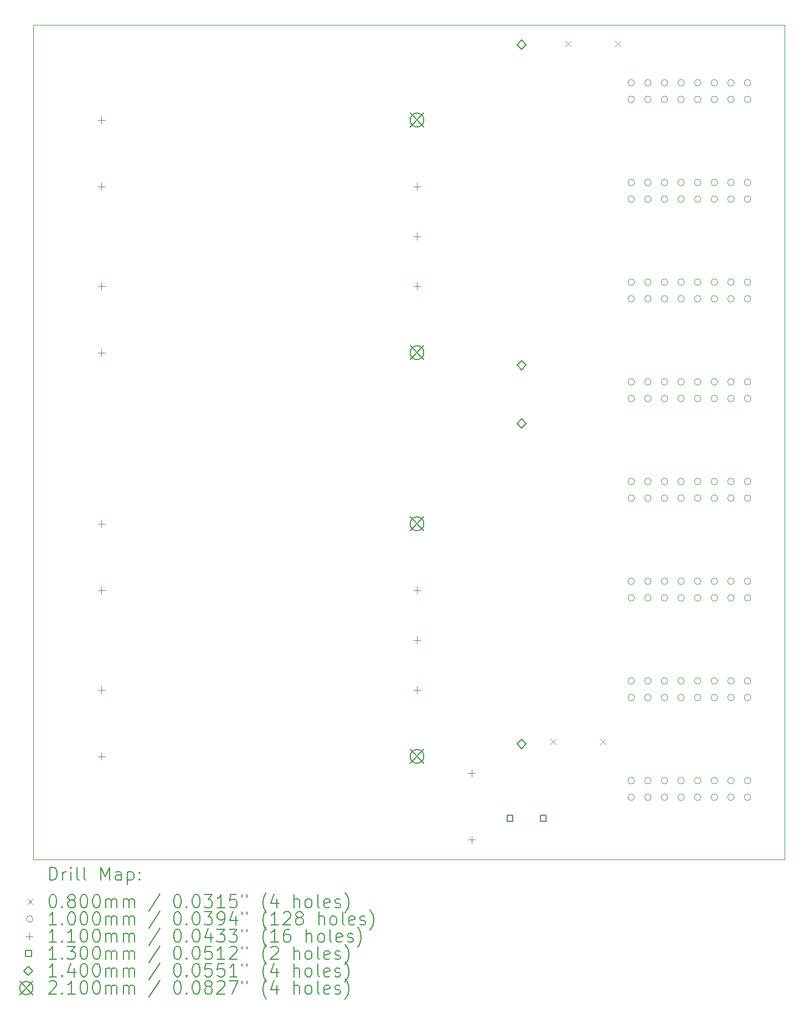
<source format=gbr>
%FSLAX45Y45*%
G04 Gerber Fmt 4.5, Leading zero omitted, Abs format (unit mm)*
G04 Created by KiCad (PCBNEW (6.0.0)) date 2022-06-27 07:24:55*
%MOMM*%
%LPD*%
G01*
G04 APERTURE LIST*
%TA.AperFunction,Profile*%
%ADD10C,0.100000*%
%TD*%
%ADD11C,0.200000*%
%ADD12C,0.080000*%
%ADD13C,0.100000*%
%ADD14C,0.110000*%
%ADD15C,0.130000*%
%ADD16C,0.140000*%
%ADD17C,0.210000*%
G04 APERTURE END LIST*
D10*
X5715000Y-2984500D02*
X17208500Y-2984500D01*
X17208500Y-2984500D02*
X17208500Y-15748000D01*
X17208500Y-15748000D02*
X5715000Y-15748000D01*
X5715000Y-15748000D02*
X5715000Y-2984500D01*
D11*
D12*
X13625200Y-13904600D02*
X13705200Y-13984600D01*
X13705200Y-13904600D02*
X13625200Y-13984600D01*
X13853800Y-3236600D02*
X13933800Y-3316600D01*
X13933800Y-3236600D02*
X13853800Y-3316600D01*
X14387200Y-13904600D02*
X14467200Y-13984600D01*
X14467200Y-13904600D02*
X14387200Y-13984600D01*
X14615800Y-3236600D02*
X14695800Y-3316600D01*
X14695800Y-3236600D02*
X14615800Y-3316600D01*
D13*
X14909000Y-3873500D02*
G75*
G03*
X14909000Y-3873500I-50000J0D01*
G01*
X14909000Y-4127500D02*
G75*
G03*
X14909000Y-4127500I-50000J0D01*
G01*
X14909000Y-5397500D02*
G75*
G03*
X14909000Y-5397500I-50000J0D01*
G01*
X14909000Y-5651500D02*
G75*
G03*
X14909000Y-5651500I-50000J0D01*
G01*
X14909000Y-6921500D02*
G75*
G03*
X14909000Y-6921500I-50000J0D01*
G01*
X14909000Y-7175500D02*
G75*
G03*
X14909000Y-7175500I-50000J0D01*
G01*
X14909000Y-8445500D02*
G75*
G03*
X14909000Y-8445500I-50000J0D01*
G01*
X14909000Y-8699500D02*
G75*
G03*
X14909000Y-8699500I-50000J0D01*
G01*
X14909000Y-9969500D02*
G75*
G03*
X14909000Y-9969500I-50000J0D01*
G01*
X14909000Y-10223500D02*
G75*
G03*
X14909000Y-10223500I-50000J0D01*
G01*
X14909000Y-11493500D02*
G75*
G03*
X14909000Y-11493500I-50000J0D01*
G01*
X14909000Y-11747500D02*
G75*
G03*
X14909000Y-11747500I-50000J0D01*
G01*
X14909000Y-13017500D02*
G75*
G03*
X14909000Y-13017500I-50000J0D01*
G01*
X14909000Y-13271500D02*
G75*
G03*
X14909000Y-13271500I-50000J0D01*
G01*
X14909000Y-14541500D02*
G75*
G03*
X14909000Y-14541500I-50000J0D01*
G01*
X14909000Y-14795500D02*
G75*
G03*
X14909000Y-14795500I-50000J0D01*
G01*
X15163000Y-3873500D02*
G75*
G03*
X15163000Y-3873500I-50000J0D01*
G01*
X15163000Y-4127500D02*
G75*
G03*
X15163000Y-4127500I-50000J0D01*
G01*
X15163000Y-5397500D02*
G75*
G03*
X15163000Y-5397500I-50000J0D01*
G01*
X15163000Y-5651500D02*
G75*
G03*
X15163000Y-5651500I-50000J0D01*
G01*
X15163000Y-6921500D02*
G75*
G03*
X15163000Y-6921500I-50000J0D01*
G01*
X15163000Y-7175500D02*
G75*
G03*
X15163000Y-7175500I-50000J0D01*
G01*
X15163000Y-8445500D02*
G75*
G03*
X15163000Y-8445500I-50000J0D01*
G01*
X15163000Y-8699500D02*
G75*
G03*
X15163000Y-8699500I-50000J0D01*
G01*
X15163000Y-9969500D02*
G75*
G03*
X15163000Y-9969500I-50000J0D01*
G01*
X15163000Y-10223500D02*
G75*
G03*
X15163000Y-10223500I-50000J0D01*
G01*
X15163000Y-11493500D02*
G75*
G03*
X15163000Y-11493500I-50000J0D01*
G01*
X15163000Y-11747500D02*
G75*
G03*
X15163000Y-11747500I-50000J0D01*
G01*
X15163000Y-13017500D02*
G75*
G03*
X15163000Y-13017500I-50000J0D01*
G01*
X15163000Y-13271500D02*
G75*
G03*
X15163000Y-13271500I-50000J0D01*
G01*
X15163000Y-14541500D02*
G75*
G03*
X15163000Y-14541500I-50000J0D01*
G01*
X15163000Y-14795500D02*
G75*
G03*
X15163000Y-14795500I-50000J0D01*
G01*
X15417000Y-3873500D02*
G75*
G03*
X15417000Y-3873500I-50000J0D01*
G01*
X15417000Y-4127500D02*
G75*
G03*
X15417000Y-4127500I-50000J0D01*
G01*
X15417000Y-5397500D02*
G75*
G03*
X15417000Y-5397500I-50000J0D01*
G01*
X15417000Y-5651500D02*
G75*
G03*
X15417000Y-5651500I-50000J0D01*
G01*
X15417000Y-6921500D02*
G75*
G03*
X15417000Y-6921500I-50000J0D01*
G01*
X15417000Y-7175500D02*
G75*
G03*
X15417000Y-7175500I-50000J0D01*
G01*
X15417000Y-8445500D02*
G75*
G03*
X15417000Y-8445500I-50000J0D01*
G01*
X15417000Y-8699500D02*
G75*
G03*
X15417000Y-8699500I-50000J0D01*
G01*
X15417000Y-9969500D02*
G75*
G03*
X15417000Y-9969500I-50000J0D01*
G01*
X15417000Y-10223500D02*
G75*
G03*
X15417000Y-10223500I-50000J0D01*
G01*
X15417000Y-11493500D02*
G75*
G03*
X15417000Y-11493500I-50000J0D01*
G01*
X15417000Y-11747500D02*
G75*
G03*
X15417000Y-11747500I-50000J0D01*
G01*
X15417000Y-13017500D02*
G75*
G03*
X15417000Y-13017500I-50000J0D01*
G01*
X15417000Y-13271500D02*
G75*
G03*
X15417000Y-13271500I-50000J0D01*
G01*
X15417000Y-14541500D02*
G75*
G03*
X15417000Y-14541500I-50000J0D01*
G01*
X15417000Y-14795500D02*
G75*
G03*
X15417000Y-14795500I-50000J0D01*
G01*
X15671000Y-3873500D02*
G75*
G03*
X15671000Y-3873500I-50000J0D01*
G01*
X15671000Y-4127500D02*
G75*
G03*
X15671000Y-4127500I-50000J0D01*
G01*
X15671000Y-5397500D02*
G75*
G03*
X15671000Y-5397500I-50000J0D01*
G01*
X15671000Y-5651500D02*
G75*
G03*
X15671000Y-5651500I-50000J0D01*
G01*
X15671000Y-6921500D02*
G75*
G03*
X15671000Y-6921500I-50000J0D01*
G01*
X15671000Y-7175500D02*
G75*
G03*
X15671000Y-7175500I-50000J0D01*
G01*
X15671000Y-8445500D02*
G75*
G03*
X15671000Y-8445500I-50000J0D01*
G01*
X15671000Y-8699500D02*
G75*
G03*
X15671000Y-8699500I-50000J0D01*
G01*
X15671000Y-9969500D02*
G75*
G03*
X15671000Y-9969500I-50000J0D01*
G01*
X15671000Y-10223500D02*
G75*
G03*
X15671000Y-10223500I-50000J0D01*
G01*
X15671000Y-11493500D02*
G75*
G03*
X15671000Y-11493500I-50000J0D01*
G01*
X15671000Y-11747500D02*
G75*
G03*
X15671000Y-11747500I-50000J0D01*
G01*
X15671000Y-13017500D02*
G75*
G03*
X15671000Y-13017500I-50000J0D01*
G01*
X15671000Y-13271500D02*
G75*
G03*
X15671000Y-13271500I-50000J0D01*
G01*
X15671000Y-14541500D02*
G75*
G03*
X15671000Y-14541500I-50000J0D01*
G01*
X15671000Y-14795500D02*
G75*
G03*
X15671000Y-14795500I-50000J0D01*
G01*
X15925000Y-3873500D02*
G75*
G03*
X15925000Y-3873500I-50000J0D01*
G01*
X15925000Y-4127500D02*
G75*
G03*
X15925000Y-4127500I-50000J0D01*
G01*
X15925000Y-5397500D02*
G75*
G03*
X15925000Y-5397500I-50000J0D01*
G01*
X15925000Y-5651500D02*
G75*
G03*
X15925000Y-5651500I-50000J0D01*
G01*
X15925000Y-6921500D02*
G75*
G03*
X15925000Y-6921500I-50000J0D01*
G01*
X15925000Y-7175500D02*
G75*
G03*
X15925000Y-7175500I-50000J0D01*
G01*
X15925000Y-8445500D02*
G75*
G03*
X15925000Y-8445500I-50000J0D01*
G01*
X15925000Y-8699500D02*
G75*
G03*
X15925000Y-8699500I-50000J0D01*
G01*
X15925000Y-9969500D02*
G75*
G03*
X15925000Y-9969500I-50000J0D01*
G01*
X15925000Y-10223500D02*
G75*
G03*
X15925000Y-10223500I-50000J0D01*
G01*
X15925000Y-11493500D02*
G75*
G03*
X15925000Y-11493500I-50000J0D01*
G01*
X15925000Y-11747500D02*
G75*
G03*
X15925000Y-11747500I-50000J0D01*
G01*
X15925000Y-13017500D02*
G75*
G03*
X15925000Y-13017500I-50000J0D01*
G01*
X15925000Y-13271500D02*
G75*
G03*
X15925000Y-13271500I-50000J0D01*
G01*
X15925000Y-14541500D02*
G75*
G03*
X15925000Y-14541500I-50000J0D01*
G01*
X15925000Y-14795500D02*
G75*
G03*
X15925000Y-14795500I-50000J0D01*
G01*
X16179000Y-3873500D02*
G75*
G03*
X16179000Y-3873500I-50000J0D01*
G01*
X16179000Y-4127500D02*
G75*
G03*
X16179000Y-4127500I-50000J0D01*
G01*
X16179000Y-5397500D02*
G75*
G03*
X16179000Y-5397500I-50000J0D01*
G01*
X16179000Y-5651500D02*
G75*
G03*
X16179000Y-5651500I-50000J0D01*
G01*
X16179000Y-6921500D02*
G75*
G03*
X16179000Y-6921500I-50000J0D01*
G01*
X16179000Y-7175500D02*
G75*
G03*
X16179000Y-7175500I-50000J0D01*
G01*
X16179000Y-8445500D02*
G75*
G03*
X16179000Y-8445500I-50000J0D01*
G01*
X16179000Y-8699500D02*
G75*
G03*
X16179000Y-8699500I-50000J0D01*
G01*
X16179000Y-9969500D02*
G75*
G03*
X16179000Y-9969500I-50000J0D01*
G01*
X16179000Y-10223500D02*
G75*
G03*
X16179000Y-10223500I-50000J0D01*
G01*
X16179000Y-11493500D02*
G75*
G03*
X16179000Y-11493500I-50000J0D01*
G01*
X16179000Y-11747500D02*
G75*
G03*
X16179000Y-11747500I-50000J0D01*
G01*
X16179000Y-13017500D02*
G75*
G03*
X16179000Y-13017500I-50000J0D01*
G01*
X16179000Y-13271500D02*
G75*
G03*
X16179000Y-13271500I-50000J0D01*
G01*
X16179000Y-14541500D02*
G75*
G03*
X16179000Y-14541500I-50000J0D01*
G01*
X16179000Y-14795500D02*
G75*
G03*
X16179000Y-14795500I-50000J0D01*
G01*
X16433000Y-3873500D02*
G75*
G03*
X16433000Y-3873500I-50000J0D01*
G01*
X16433000Y-4127500D02*
G75*
G03*
X16433000Y-4127500I-50000J0D01*
G01*
X16433000Y-5397500D02*
G75*
G03*
X16433000Y-5397500I-50000J0D01*
G01*
X16433000Y-5651500D02*
G75*
G03*
X16433000Y-5651500I-50000J0D01*
G01*
X16433000Y-6921500D02*
G75*
G03*
X16433000Y-6921500I-50000J0D01*
G01*
X16433000Y-7175500D02*
G75*
G03*
X16433000Y-7175500I-50000J0D01*
G01*
X16433000Y-8445500D02*
G75*
G03*
X16433000Y-8445500I-50000J0D01*
G01*
X16433000Y-8699500D02*
G75*
G03*
X16433000Y-8699500I-50000J0D01*
G01*
X16433000Y-9969500D02*
G75*
G03*
X16433000Y-9969500I-50000J0D01*
G01*
X16433000Y-10223500D02*
G75*
G03*
X16433000Y-10223500I-50000J0D01*
G01*
X16433000Y-11493500D02*
G75*
G03*
X16433000Y-11493500I-50000J0D01*
G01*
X16433000Y-11747500D02*
G75*
G03*
X16433000Y-11747500I-50000J0D01*
G01*
X16433000Y-13017500D02*
G75*
G03*
X16433000Y-13017500I-50000J0D01*
G01*
X16433000Y-13271500D02*
G75*
G03*
X16433000Y-13271500I-50000J0D01*
G01*
X16433000Y-14541500D02*
G75*
G03*
X16433000Y-14541500I-50000J0D01*
G01*
X16433000Y-14795500D02*
G75*
G03*
X16433000Y-14795500I-50000J0D01*
G01*
X16687000Y-3873500D02*
G75*
G03*
X16687000Y-3873500I-50000J0D01*
G01*
X16687000Y-4127500D02*
G75*
G03*
X16687000Y-4127500I-50000J0D01*
G01*
X16687000Y-5397500D02*
G75*
G03*
X16687000Y-5397500I-50000J0D01*
G01*
X16687000Y-5651500D02*
G75*
G03*
X16687000Y-5651500I-50000J0D01*
G01*
X16687000Y-6921500D02*
G75*
G03*
X16687000Y-6921500I-50000J0D01*
G01*
X16687000Y-7175500D02*
G75*
G03*
X16687000Y-7175500I-50000J0D01*
G01*
X16687000Y-8445500D02*
G75*
G03*
X16687000Y-8445500I-50000J0D01*
G01*
X16687000Y-8699500D02*
G75*
G03*
X16687000Y-8699500I-50000J0D01*
G01*
X16687000Y-9969500D02*
G75*
G03*
X16687000Y-9969500I-50000J0D01*
G01*
X16687000Y-10223500D02*
G75*
G03*
X16687000Y-10223500I-50000J0D01*
G01*
X16687000Y-11493500D02*
G75*
G03*
X16687000Y-11493500I-50000J0D01*
G01*
X16687000Y-11747500D02*
G75*
G03*
X16687000Y-11747500I-50000J0D01*
G01*
X16687000Y-13017500D02*
G75*
G03*
X16687000Y-13017500I-50000J0D01*
G01*
X16687000Y-13271500D02*
G75*
G03*
X16687000Y-13271500I-50000J0D01*
G01*
X16687000Y-14541500D02*
G75*
G03*
X16687000Y-14541500I-50000J0D01*
G01*
X16687000Y-14795500D02*
G75*
G03*
X16687000Y-14795500I-50000J0D01*
G01*
D14*
X6756900Y-4388000D02*
X6756900Y-4498000D01*
X6701900Y-4443000D02*
X6811900Y-4443000D01*
X6756900Y-5404000D02*
X6756900Y-5514000D01*
X6701900Y-5459000D02*
X6811900Y-5459000D01*
X6756900Y-6928000D02*
X6756900Y-7038000D01*
X6701900Y-6983000D02*
X6811900Y-6983000D01*
X6756900Y-7944000D02*
X6756900Y-8054000D01*
X6701900Y-7999000D02*
X6811900Y-7999000D01*
X6756900Y-10560200D02*
X6756900Y-10670200D01*
X6701900Y-10615200D02*
X6811900Y-10615200D01*
X6756900Y-11576200D02*
X6756900Y-11686200D01*
X6701900Y-11631200D02*
X6811900Y-11631200D01*
X6756900Y-13100200D02*
X6756900Y-13210200D01*
X6701900Y-13155200D02*
X6811900Y-13155200D01*
X6756900Y-14116200D02*
X6756900Y-14226200D01*
X6701900Y-14171200D02*
X6811900Y-14171200D01*
X11582900Y-5404000D02*
X11582900Y-5514000D01*
X11527900Y-5459000D02*
X11637900Y-5459000D01*
X11582900Y-6166000D02*
X11582900Y-6276000D01*
X11527900Y-6221000D02*
X11637900Y-6221000D01*
X11582900Y-6928000D02*
X11582900Y-7038000D01*
X11527900Y-6983000D02*
X11637900Y-6983000D01*
X11582900Y-11576200D02*
X11582900Y-11686200D01*
X11527900Y-11631200D02*
X11637900Y-11631200D01*
X11582900Y-12338200D02*
X11582900Y-12448200D01*
X11527900Y-12393200D02*
X11637900Y-12393200D01*
X11582900Y-13100200D02*
X11582900Y-13210200D01*
X11527900Y-13155200D02*
X11637900Y-13155200D01*
X12420600Y-14372200D02*
X12420600Y-14482200D01*
X12365600Y-14427200D02*
X12475600Y-14427200D01*
X12420600Y-15388200D02*
X12420600Y-15498200D01*
X12365600Y-15443200D02*
X12475600Y-15443200D01*
D15*
X13050262Y-15163562D02*
X13050262Y-15071638D01*
X12958338Y-15071638D01*
X12958338Y-15163562D01*
X13050262Y-15163562D01*
X13558262Y-15163562D02*
X13558262Y-15071638D01*
X13466338Y-15071638D01*
X13466338Y-15163562D01*
X13558262Y-15163562D01*
D16*
X13182600Y-3360400D02*
X13252600Y-3290400D01*
X13182600Y-3220400D01*
X13112600Y-3290400D01*
X13182600Y-3360400D01*
X13182600Y-8260400D02*
X13252600Y-8190400D01*
X13182600Y-8120400D01*
X13112600Y-8190400D01*
X13182600Y-8260400D01*
X13182600Y-9151600D02*
X13252600Y-9081600D01*
X13182600Y-9011600D01*
X13112600Y-9081600D01*
X13182600Y-9151600D01*
X13182600Y-14051600D02*
X13252600Y-13981600D01*
X13182600Y-13911600D01*
X13112600Y-13981600D01*
X13182600Y-14051600D01*
D17*
X11477900Y-4338000D02*
X11687900Y-4548000D01*
X11687900Y-4338000D02*
X11477900Y-4548000D01*
X11687900Y-4443000D02*
G75*
G03*
X11687900Y-4443000I-105000J0D01*
G01*
X11477900Y-7894000D02*
X11687900Y-8104000D01*
X11687900Y-7894000D02*
X11477900Y-8104000D01*
X11687900Y-7999000D02*
G75*
G03*
X11687900Y-7999000I-105000J0D01*
G01*
X11477900Y-10510200D02*
X11687900Y-10720200D01*
X11687900Y-10510200D02*
X11477900Y-10720200D01*
X11687900Y-10615200D02*
G75*
G03*
X11687900Y-10615200I-105000J0D01*
G01*
X11477900Y-14066200D02*
X11687900Y-14276200D01*
X11687900Y-14066200D02*
X11477900Y-14276200D01*
X11687900Y-14171200D02*
G75*
G03*
X11687900Y-14171200I-105000J0D01*
G01*
D11*
X5967619Y-16063476D02*
X5967619Y-15863476D01*
X6015238Y-15863476D01*
X6043809Y-15873000D01*
X6062857Y-15892048D01*
X6072381Y-15911095D01*
X6081905Y-15949190D01*
X6081905Y-15977762D01*
X6072381Y-16015857D01*
X6062857Y-16034905D01*
X6043809Y-16053952D01*
X6015238Y-16063476D01*
X5967619Y-16063476D01*
X6167619Y-16063476D02*
X6167619Y-15930143D01*
X6167619Y-15968238D02*
X6177143Y-15949190D01*
X6186667Y-15939667D01*
X6205714Y-15930143D01*
X6224762Y-15930143D01*
X6291428Y-16063476D02*
X6291428Y-15930143D01*
X6291428Y-15863476D02*
X6281905Y-15873000D01*
X6291428Y-15882524D01*
X6300952Y-15873000D01*
X6291428Y-15863476D01*
X6291428Y-15882524D01*
X6415238Y-16063476D02*
X6396190Y-16053952D01*
X6386667Y-16034905D01*
X6386667Y-15863476D01*
X6520000Y-16063476D02*
X6500952Y-16053952D01*
X6491428Y-16034905D01*
X6491428Y-15863476D01*
X6748571Y-16063476D02*
X6748571Y-15863476D01*
X6815238Y-16006333D01*
X6881905Y-15863476D01*
X6881905Y-16063476D01*
X7062857Y-16063476D02*
X7062857Y-15958714D01*
X7053333Y-15939667D01*
X7034286Y-15930143D01*
X6996190Y-15930143D01*
X6977143Y-15939667D01*
X7062857Y-16053952D02*
X7043809Y-16063476D01*
X6996190Y-16063476D01*
X6977143Y-16053952D01*
X6967619Y-16034905D01*
X6967619Y-16015857D01*
X6977143Y-15996809D01*
X6996190Y-15987286D01*
X7043809Y-15987286D01*
X7062857Y-15977762D01*
X7158095Y-15930143D02*
X7158095Y-16130143D01*
X7158095Y-15939667D02*
X7177143Y-15930143D01*
X7215238Y-15930143D01*
X7234286Y-15939667D01*
X7243809Y-15949190D01*
X7253333Y-15968238D01*
X7253333Y-16025381D01*
X7243809Y-16044428D01*
X7234286Y-16053952D01*
X7215238Y-16063476D01*
X7177143Y-16063476D01*
X7158095Y-16053952D01*
X7339048Y-16044428D02*
X7348571Y-16053952D01*
X7339048Y-16063476D01*
X7329524Y-16053952D01*
X7339048Y-16044428D01*
X7339048Y-16063476D01*
X7339048Y-15939667D02*
X7348571Y-15949190D01*
X7339048Y-15958714D01*
X7329524Y-15949190D01*
X7339048Y-15939667D01*
X7339048Y-15958714D01*
D12*
X5630000Y-16353000D02*
X5710000Y-16433000D01*
X5710000Y-16353000D02*
X5630000Y-16433000D01*
D11*
X6005714Y-16283476D02*
X6024762Y-16283476D01*
X6043809Y-16293000D01*
X6053333Y-16302524D01*
X6062857Y-16321571D01*
X6072381Y-16359667D01*
X6072381Y-16407286D01*
X6062857Y-16445381D01*
X6053333Y-16464428D01*
X6043809Y-16473952D01*
X6024762Y-16483476D01*
X6005714Y-16483476D01*
X5986667Y-16473952D01*
X5977143Y-16464428D01*
X5967619Y-16445381D01*
X5958095Y-16407286D01*
X5958095Y-16359667D01*
X5967619Y-16321571D01*
X5977143Y-16302524D01*
X5986667Y-16293000D01*
X6005714Y-16283476D01*
X6158095Y-16464428D02*
X6167619Y-16473952D01*
X6158095Y-16483476D01*
X6148571Y-16473952D01*
X6158095Y-16464428D01*
X6158095Y-16483476D01*
X6281905Y-16369190D02*
X6262857Y-16359667D01*
X6253333Y-16350143D01*
X6243809Y-16331095D01*
X6243809Y-16321571D01*
X6253333Y-16302524D01*
X6262857Y-16293000D01*
X6281905Y-16283476D01*
X6320000Y-16283476D01*
X6339048Y-16293000D01*
X6348571Y-16302524D01*
X6358095Y-16321571D01*
X6358095Y-16331095D01*
X6348571Y-16350143D01*
X6339048Y-16359667D01*
X6320000Y-16369190D01*
X6281905Y-16369190D01*
X6262857Y-16378714D01*
X6253333Y-16388238D01*
X6243809Y-16407286D01*
X6243809Y-16445381D01*
X6253333Y-16464428D01*
X6262857Y-16473952D01*
X6281905Y-16483476D01*
X6320000Y-16483476D01*
X6339048Y-16473952D01*
X6348571Y-16464428D01*
X6358095Y-16445381D01*
X6358095Y-16407286D01*
X6348571Y-16388238D01*
X6339048Y-16378714D01*
X6320000Y-16369190D01*
X6481905Y-16283476D02*
X6500952Y-16283476D01*
X6520000Y-16293000D01*
X6529524Y-16302524D01*
X6539048Y-16321571D01*
X6548571Y-16359667D01*
X6548571Y-16407286D01*
X6539048Y-16445381D01*
X6529524Y-16464428D01*
X6520000Y-16473952D01*
X6500952Y-16483476D01*
X6481905Y-16483476D01*
X6462857Y-16473952D01*
X6453333Y-16464428D01*
X6443809Y-16445381D01*
X6434286Y-16407286D01*
X6434286Y-16359667D01*
X6443809Y-16321571D01*
X6453333Y-16302524D01*
X6462857Y-16293000D01*
X6481905Y-16283476D01*
X6672381Y-16283476D02*
X6691428Y-16283476D01*
X6710476Y-16293000D01*
X6720000Y-16302524D01*
X6729524Y-16321571D01*
X6739048Y-16359667D01*
X6739048Y-16407286D01*
X6729524Y-16445381D01*
X6720000Y-16464428D01*
X6710476Y-16473952D01*
X6691428Y-16483476D01*
X6672381Y-16483476D01*
X6653333Y-16473952D01*
X6643809Y-16464428D01*
X6634286Y-16445381D01*
X6624762Y-16407286D01*
X6624762Y-16359667D01*
X6634286Y-16321571D01*
X6643809Y-16302524D01*
X6653333Y-16293000D01*
X6672381Y-16283476D01*
X6824762Y-16483476D02*
X6824762Y-16350143D01*
X6824762Y-16369190D02*
X6834286Y-16359667D01*
X6853333Y-16350143D01*
X6881905Y-16350143D01*
X6900952Y-16359667D01*
X6910476Y-16378714D01*
X6910476Y-16483476D01*
X6910476Y-16378714D02*
X6920000Y-16359667D01*
X6939048Y-16350143D01*
X6967619Y-16350143D01*
X6986667Y-16359667D01*
X6996190Y-16378714D01*
X6996190Y-16483476D01*
X7091428Y-16483476D02*
X7091428Y-16350143D01*
X7091428Y-16369190D02*
X7100952Y-16359667D01*
X7120000Y-16350143D01*
X7148571Y-16350143D01*
X7167619Y-16359667D01*
X7177143Y-16378714D01*
X7177143Y-16483476D01*
X7177143Y-16378714D02*
X7186667Y-16359667D01*
X7205714Y-16350143D01*
X7234286Y-16350143D01*
X7253333Y-16359667D01*
X7262857Y-16378714D01*
X7262857Y-16483476D01*
X7653333Y-16273952D02*
X7481905Y-16531095D01*
X7910476Y-16283476D02*
X7929524Y-16283476D01*
X7948571Y-16293000D01*
X7958095Y-16302524D01*
X7967619Y-16321571D01*
X7977143Y-16359667D01*
X7977143Y-16407286D01*
X7967619Y-16445381D01*
X7958095Y-16464428D01*
X7948571Y-16473952D01*
X7929524Y-16483476D01*
X7910476Y-16483476D01*
X7891428Y-16473952D01*
X7881905Y-16464428D01*
X7872381Y-16445381D01*
X7862857Y-16407286D01*
X7862857Y-16359667D01*
X7872381Y-16321571D01*
X7881905Y-16302524D01*
X7891428Y-16293000D01*
X7910476Y-16283476D01*
X8062857Y-16464428D02*
X8072381Y-16473952D01*
X8062857Y-16483476D01*
X8053333Y-16473952D01*
X8062857Y-16464428D01*
X8062857Y-16483476D01*
X8196190Y-16283476D02*
X8215238Y-16283476D01*
X8234286Y-16293000D01*
X8243809Y-16302524D01*
X8253333Y-16321571D01*
X8262857Y-16359667D01*
X8262857Y-16407286D01*
X8253333Y-16445381D01*
X8243809Y-16464428D01*
X8234286Y-16473952D01*
X8215238Y-16483476D01*
X8196190Y-16483476D01*
X8177143Y-16473952D01*
X8167619Y-16464428D01*
X8158095Y-16445381D01*
X8148571Y-16407286D01*
X8148571Y-16359667D01*
X8158095Y-16321571D01*
X8167619Y-16302524D01*
X8177143Y-16293000D01*
X8196190Y-16283476D01*
X8329524Y-16283476D02*
X8453333Y-16283476D01*
X8386667Y-16359667D01*
X8415238Y-16359667D01*
X8434286Y-16369190D01*
X8443810Y-16378714D01*
X8453333Y-16397762D01*
X8453333Y-16445381D01*
X8443810Y-16464428D01*
X8434286Y-16473952D01*
X8415238Y-16483476D01*
X8358095Y-16483476D01*
X8339048Y-16473952D01*
X8329524Y-16464428D01*
X8643810Y-16483476D02*
X8529524Y-16483476D01*
X8586667Y-16483476D02*
X8586667Y-16283476D01*
X8567619Y-16312048D01*
X8548571Y-16331095D01*
X8529524Y-16340619D01*
X8824762Y-16283476D02*
X8729524Y-16283476D01*
X8720000Y-16378714D01*
X8729524Y-16369190D01*
X8748571Y-16359667D01*
X8796190Y-16359667D01*
X8815238Y-16369190D01*
X8824762Y-16378714D01*
X8834286Y-16397762D01*
X8834286Y-16445381D01*
X8824762Y-16464428D01*
X8815238Y-16473952D01*
X8796190Y-16483476D01*
X8748571Y-16483476D01*
X8729524Y-16473952D01*
X8720000Y-16464428D01*
X8910476Y-16283476D02*
X8910476Y-16321571D01*
X8986667Y-16283476D02*
X8986667Y-16321571D01*
X9281905Y-16559667D02*
X9272381Y-16550143D01*
X9253333Y-16521571D01*
X9243810Y-16502524D01*
X9234286Y-16473952D01*
X9224762Y-16426333D01*
X9224762Y-16388238D01*
X9234286Y-16340619D01*
X9243810Y-16312048D01*
X9253333Y-16293000D01*
X9272381Y-16264428D01*
X9281905Y-16254905D01*
X9443810Y-16350143D02*
X9443810Y-16483476D01*
X9396190Y-16273952D02*
X9348571Y-16416809D01*
X9472381Y-16416809D01*
X9700952Y-16483476D02*
X9700952Y-16283476D01*
X9786667Y-16483476D02*
X9786667Y-16378714D01*
X9777143Y-16359667D01*
X9758095Y-16350143D01*
X9729524Y-16350143D01*
X9710476Y-16359667D01*
X9700952Y-16369190D01*
X9910476Y-16483476D02*
X9891429Y-16473952D01*
X9881905Y-16464428D01*
X9872381Y-16445381D01*
X9872381Y-16388238D01*
X9881905Y-16369190D01*
X9891429Y-16359667D01*
X9910476Y-16350143D01*
X9939048Y-16350143D01*
X9958095Y-16359667D01*
X9967619Y-16369190D01*
X9977143Y-16388238D01*
X9977143Y-16445381D01*
X9967619Y-16464428D01*
X9958095Y-16473952D01*
X9939048Y-16483476D01*
X9910476Y-16483476D01*
X10091429Y-16483476D02*
X10072381Y-16473952D01*
X10062857Y-16454905D01*
X10062857Y-16283476D01*
X10243810Y-16473952D02*
X10224762Y-16483476D01*
X10186667Y-16483476D01*
X10167619Y-16473952D01*
X10158095Y-16454905D01*
X10158095Y-16378714D01*
X10167619Y-16359667D01*
X10186667Y-16350143D01*
X10224762Y-16350143D01*
X10243810Y-16359667D01*
X10253333Y-16378714D01*
X10253333Y-16397762D01*
X10158095Y-16416809D01*
X10329524Y-16473952D02*
X10348571Y-16483476D01*
X10386667Y-16483476D01*
X10405714Y-16473952D01*
X10415238Y-16454905D01*
X10415238Y-16445381D01*
X10405714Y-16426333D01*
X10386667Y-16416809D01*
X10358095Y-16416809D01*
X10339048Y-16407286D01*
X10329524Y-16388238D01*
X10329524Y-16378714D01*
X10339048Y-16359667D01*
X10358095Y-16350143D01*
X10386667Y-16350143D01*
X10405714Y-16359667D01*
X10481905Y-16559667D02*
X10491429Y-16550143D01*
X10510476Y-16521571D01*
X10520000Y-16502524D01*
X10529524Y-16473952D01*
X10539048Y-16426333D01*
X10539048Y-16388238D01*
X10529524Y-16340619D01*
X10520000Y-16312048D01*
X10510476Y-16293000D01*
X10491429Y-16264428D01*
X10481905Y-16254905D01*
D13*
X5710000Y-16657000D02*
G75*
G03*
X5710000Y-16657000I-50000J0D01*
G01*
D11*
X6072381Y-16747476D02*
X5958095Y-16747476D01*
X6015238Y-16747476D02*
X6015238Y-16547476D01*
X5996190Y-16576048D01*
X5977143Y-16595095D01*
X5958095Y-16604619D01*
X6158095Y-16728428D02*
X6167619Y-16737952D01*
X6158095Y-16747476D01*
X6148571Y-16737952D01*
X6158095Y-16728428D01*
X6158095Y-16747476D01*
X6291428Y-16547476D02*
X6310476Y-16547476D01*
X6329524Y-16557000D01*
X6339048Y-16566524D01*
X6348571Y-16585571D01*
X6358095Y-16623667D01*
X6358095Y-16671286D01*
X6348571Y-16709381D01*
X6339048Y-16728428D01*
X6329524Y-16737952D01*
X6310476Y-16747476D01*
X6291428Y-16747476D01*
X6272381Y-16737952D01*
X6262857Y-16728428D01*
X6253333Y-16709381D01*
X6243809Y-16671286D01*
X6243809Y-16623667D01*
X6253333Y-16585571D01*
X6262857Y-16566524D01*
X6272381Y-16557000D01*
X6291428Y-16547476D01*
X6481905Y-16547476D02*
X6500952Y-16547476D01*
X6520000Y-16557000D01*
X6529524Y-16566524D01*
X6539048Y-16585571D01*
X6548571Y-16623667D01*
X6548571Y-16671286D01*
X6539048Y-16709381D01*
X6529524Y-16728428D01*
X6520000Y-16737952D01*
X6500952Y-16747476D01*
X6481905Y-16747476D01*
X6462857Y-16737952D01*
X6453333Y-16728428D01*
X6443809Y-16709381D01*
X6434286Y-16671286D01*
X6434286Y-16623667D01*
X6443809Y-16585571D01*
X6453333Y-16566524D01*
X6462857Y-16557000D01*
X6481905Y-16547476D01*
X6672381Y-16547476D02*
X6691428Y-16547476D01*
X6710476Y-16557000D01*
X6720000Y-16566524D01*
X6729524Y-16585571D01*
X6739048Y-16623667D01*
X6739048Y-16671286D01*
X6729524Y-16709381D01*
X6720000Y-16728428D01*
X6710476Y-16737952D01*
X6691428Y-16747476D01*
X6672381Y-16747476D01*
X6653333Y-16737952D01*
X6643809Y-16728428D01*
X6634286Y-16709381D01*
X6624762Y-16671286D01*
X6624762Y-16623667D01*
X6634286Y-16585571D01*
X6643809Y-16566524D01*
X6653333Y-16557000D01*
X6672381Y-16547476D01*
X6824762Y-16747476D02*
X6824762Y-16614143D01*
X6824762Y-16633190D02*
X6834286Y-16623667D01*
X6853333Y-16614143D01*
X6881905Y-16614143D01*
X6900952Y-16623667D01*
X6910476Y-16642714D01*
X6910476Y-16747476D01*
X6910476Y-16642714D02*
X6920000Y-16623667D01*
X6939048Y-16614143D01*
X6967619Y-16614143D01*
X6986667Y-16623667D01*
X6996190Y-16642714D01*
X6996190Y-16747476D01*
X7091428Y-16747476D02*
X7091428Y-16614143D01*
X7091428Y-16633190D02*
X7100952Y-16623667D01*
X7120000Y-16614143D01*
X7148571Y-16614143D01*
X7167619Y-16623667D01*
X7177143Y-16642714D01*
X7177143Y-16747476D01*
X7177143Y-16642714D02*
X7186667Y-16623667D01*
X7205714Y-16614143D01*
X7234286Y-16614143D01*
X7253333Y-16623667D01*
X7262857Y-16642714D01*
X7262857Y-16747476D01*
X7653333Y-16537952D02*
X7481905Y-16795095D01*
X7910476Y-16547476D02*
X7929524Y-16547476D01*
X7948571Y-16557000D01*
X7958095Y-16566524D01*
X7967619Y-16585571D01*
X7977143Y-16623667D01*
X7977143Y-16671286D01*
X7967619Y-16709381D01*
X7958095Y-16728428D01*
X7948571Y-16737952D01*
X7929524Y-16747476D01*
X7910476Y-16747476D01*
X7891428Y-16737952D01*
X7881905Y-16728428D01*
X7872381Y-16709381D01*
X7862857Y-16671286D01*
X7862857Y-16623667D01*
X7872381Y-16585571D01*
X7881905Y-16566524D01*
X7891428Y-16557000D01*
X7910476Y-16547476D01*
X8062857Y-16728428D02*
X8072381Y-16737952D01*
X8062857Y-16747476D01*
X8053333Y-16737952D01*
X8062857Y-16728428D01*
X8062857Y-16747476D01*
X8196190Y-16547476D02*
X8215238Y-16547476D01*
X8234286Y-16557000D01*
X8243809Y-16566524D01*
X8253333Y-16585571D01*
X8262857Y-16623667D01*
X8262857Y-16671286D01*
X8253333Y-16709381D01*
X8243809Y-16728428D01*
X8234286Y-16737952D01*
X8215238Y-16747476D01*
X8196190Y-16747476D01*
X8177143Y-16737952D01*
X8167619Y-16728428D01*
X8158095Y-16709381D01*
X8148571Y-16671286D01*
X8148571Y-16623667D01*
X8158095Y-16585571D01*
X8167619Y-16566524D01*
X8177143Y-16557000D01*
X8196190Y-16547476D01*
X8329524Y-16547476D02*
X8453333Y-16547476D01*
X8386667Y-16623667D01*
X8415238Y-16623667D01*
X8434286Y-16633190D01*
X8443810Y-16642714D01*
X8453333Y-16661762D01*
X8453333Y-16709381D01*
X8443810Y-16728428D01*
X8434286Y-16737952D01*
X8415238Y-16747476D01*
X8358095Y-16747476D01*
X8339048Y-16737952D01*
X8329524Y-16728428D01*
X8548571Y-16747476D02*
X8586667Y-16747476D01*
X8605714Y-16737952D01*
X8615238Y-16728428D01*
X8634286Y-16699857D01*
X8643810Y-16661762D01*
X8643810Y-16585571D01*
X8634286Y-16566524D01*
X8624762Y-16557000D01*
X8605714Y-16547476D01*
X8567619Y-16547476D01*
X8548571Y-16557000D01*
X8539048Y-16566524D01*
X8529524Y-16585571D01*
X8529524Y-16633190D01*
X8539048Y-16652238D01*
X8548571Y-16661762D01*
X8567619Y-16671286D01*
X8605714Y-16671286D01*
X8624762Y-16661762D01*
X8634286Y-16652238D01*
X8643810Y-16633190D01*
X8815238Y-16614143D02*
X8815238Y-16747476D01*
X8767619Y-16537952D02*
X8720000Y-16680809D01*
X8843810Y-16680809D01*
X8910476Y-16547476D02*
X8910476Y-16585571D01*
X8986667Y-16547476D02*
X8986667Y-16585571D01*
X9281905Y-16823667D02*
X9272381Y-16814143D01*
X9253333Y-16785571D01*
X9243810Y-16766524D01*
X9234286Y-16737952D01*
X9224762Y-16690333D01*
X9224762Y-16652238D01*
X9234286Y-16604619D01*
X9243810Y-16576048D01*
X9253333Y-16557000D01*
X9272381Y-16528428D01*
X9281905Y-16518905D01*
X9462857Y-16747476D02*
X9348571Y-16747476D01*
X9405714Y-16747476D02*
X9405714Y-16547476D01*
X9386667Y-16576048D01*
X9367619Y-16595095D01*
X9348571Y-16604619D01*
X9539048Y-16566524D02*
X9548571Y-16557000D01*
X9567619Y-16547476D01*
X9615238Y-16547476D01*
X9634286Y-16557000D01*
X9643810Y-16566524D01*
X9653333Y-16585571D01*
X9653333Y-16604619D01*
X9643810Y-16633190D01*
X9529524Y-16747476D01*
X9653333Y-16747476D01*
X9767619Y-16633190D02*
X9748571Y-16623667D01*
X9739048Y-16614143D01*
X9729524Y-16595095D01*
X9729524Y-16585571D01*
X9739048Y-16566524D01*
X9748571Y-16557000D01*
X9767619Y-16547476D01*
X9805714Y-16547476D01*
X9824762Y-16557000D01*
X9834286Y-16566524D01*
X9843810Y-16585571D01*
X9843810Y-16595095D01*
X9834286Y-16614143D01*
X9824762Y-16623667D01*
X9805714Y-16633190D01*
X9767619Y-16633190D01*
X9748571Y-16642714D01*
X9739048Y-16652238D01*
X9729524Y-16671286D01*
X9729524Y-16709381D01*
X9739048Y-16728428D01*
X9748571Y-16737952D01*
X9767619Y-16747476D01*
X9805714Y-16747476D01*
X9824762Y-16737952D01*
X9834286Y-16728428D01*
X9843810Y-16709381D01*
X9843810Y-16671286D01*
X9834286Y-16652238D01*
X9824762Y-16642714D01*
X9805714Y-16633190D01*
X10081905Y-16747476D02*
X10081905Y-16547476D01*
X10167619Y-16747476D02*
X10167619Y-16642714D01*
X10158095Y-16623667D01*
X10139048Y-16614143D01*
X10110476Y-16614143D01*
X10091429Y-16623667D01*
X10081905Y-16633190D01*
X10291429Y-16747476D02*
X10272381Y-16737952D01*
X10262857Y-16728428D01*
X10253333Y-16709381D01*
X10253333Y-16652238D01*
X10262857Y-16633190D01*
X10272381Y-16623667D01*
X10291429Y-16614143D01*
X10320000Y-16614143D01*
X10339048Y-16623667D01*
X10348571Y-16633190D01*
X10358095Y-16652238D01*
X10358095Y-16709381D01*
X10348571Y-16728428D01*
X10339048Y-16737952D01*
X10320000Y-16747476D01*
X10291429Y-16747476D01*
X10472381Y-16747476D02*
X10453333Y-16737952D01*
X10443810Y-16718905D01*
X10443810Y-16547476D01*
X10624762Y-16737952D02*
X10605714Y-16747476D01*
X10567619Y-16747476D01*
X10548571Y-16737952D01*
X10539048Y-16718905D01*
X10539048Y-16642714D01*
X10548571Y-16623667D01*
X10567619Y-16614143D01*
X10605714Y-16614143D01*
X10624762Y-16623667D01*
X10634286Y-16642714D01*
X10634286Y-16661762D01*
X10539048Y-16680809D01*
X10710476Y-16737952D02*
X10729524Y-16747476D01*
X10767619Y-16747476D01*
X10786667Y-16737952D01*
X10796190Y-16718905D01*
X10796190Y-16709381D01*
X10786667Y-16690333D01*
X10767619Y-16680809D01*
X10739048Y-16680809D01*
X10720000Y-16671286D01*
X10710476Y-16652238D01*
X10710476Y-16642714D01*
X10720000Y-16623667D01*
X10739048Y-16614143D01*
X10767619Y-16614143D01*
X10786667Y-16623667D01*
X10862857Y-16823667D02*
X10872381Y-16814143D01*
X10891429Y-16785571D01*
X10900952Y-16766524D01*
X10910476Y-16737952D01*
X10920000Y-16690333D01*
X10920000Y-16652238D01*
X10910476Y-16604619D01*
X10900952Y-16576048D01*
X10891429Y-16557000D01*
X10872381Y-16528428D01*
X10862857Y-16518905D01*
D14*
X5655000Y-16866000D02*
X5655000Y-16976000D01*
X5600000Y-16921000D02*
X5710000Y-16921000D01*
D11*
X6072381Y-17011476D02*
X5958095Y-17011476D01*
X6015238Y-17011476D02*
X6015238Y-16811476D01*
X5996190Y-16840048D01*
X5977143Y-16859095D01*
X5958095Y-16868619D01*
X6158095Y-16992429D02*
X6167619Y-17001952D01*
X6158095Y-17011476D01*
X6148571Y-17001952D01*
X6158095Y-16992429D01*
X6158095Y-17011476D01*
X6358095Y-17011476D02*
X6243809Y-17011476D01*
X6300952Y-17011476D02*
X6300952Y-16811476D01*
X6281905Y-16840048D01*
X6262857Y-16859095D01*
X6243809Y-16868619D01*
X6481905Y-16811476D02*
X6500952Y-16811476D01*
X6520000Y-16821000D01*
X6529524Y-16830524D01*
X6539048Y-16849571D01*
X6548571Y-16887667D01*
X6548571Y-16935286D01*
X6539048Y-16973381D01*
X6529524Y-16992429D01*
X6520000Y-17001952D01*
X6500952Y-17011476D01*
X6481905Y-17011476D01*
X6462857Y-17001952D01*
X6453333Y-16992429D01*
X6443809Y-16973381D01*
X6434286Y-16935286D01*
X6434286Y-16887667D01*
X6443809Y-16849571D01*
X6453333Y-16830524D01*
X6462857Y-16821000D01*
X6481905Y-16811476D01*
X6672381Y-16811476D02*
X6691428Y-16811476D01*
X6710476Y-16821000D01*
X6720000Y-16830524D01*
X6729524Y-16849571D01*
X6739048Y-16887667D01*
X6739048Y-16935286D01*
X6729524Y-16973381D01*
X6720000Y-16992429D01*
X6710476Y-17001952D01*
X6691428Y-17011476D01*
X6672381Y-17011476D01*
X6653333Y-17001952D01*
X6643809Y-16992429D01*
X6634286Y-16973381D01*
X6624762Y-16935286D01*
X6624762Y-16887667D01*
X6634286Y-16849571D01*
X6643809Y-16830524D01*
X6653333Y-16821000D01*
X6672381Y-16811476D01*
X6824762Y-17011476D02*
X6824762Y-16878143D01*
X6824762Y-16897190D02*
X6834286Y-16887667D01*
X6853333Y-16878143D01*
X6881905Y-16878143D01*
X6900952Y-16887667D01*
X6910476Y-16906714D01*
X6910476Y-17011476D01*
X6910476Y-16906714D02*
X6920000Y-16887667D01*
X6939048Y-16878143D01*
X6967619Y-16878143D01*
X6986667Y-16887667D01*
X6996190Y-16906714D01*
X6996190Y-17011476D01*
X7091428Y-17011476D02*
X7091428Y-16878143D01*
X7091428Y-16897190D02*
X7100952Y-16887667D01*
X7120000Y-16878143D01*
X7148571Y-16878143D01*
X7167619Y-16887667D01*
X7177143Y-16906714D01*
X7177143Y-17011476D01*
X7177143Y-16906714D02*
X7186667Y-16887667D01*
X7205714Y-16878143D01*
X7234286Y-16878143D01*
X7253333Y-16887667D01*
X7262857Y-16906714D01*
X7262857Y-17011476D01*
X7653333Y-16801952D02*
X7481905Y-17059095D01*
X7910476Y-16811476D02*
X7929524Y-16811476D01*
X7948571Y-16821000D01*
X7958095Y-16830524D01*
X7967619Y-16849571D01*
X7977143Y-16887667D01*
X7977143Y-16935286D01*
X7967619Y-16973381D01*
X7958095Y-16992429D01*
X7948571Y-17001952D01*
X7929524Y-17011476D01*
X7910476Y-17011476D01*
X7891428Y-17001952D01*
X7881905Y-16992429D01*
X7872381Y-16973381D01*
X7862857Y-16935286D01*
X7862857Y-16887667D01*
X7872381Y-16849571D01*
X7881905Y-16830524D01*
X7891428Y-16821000D01*
X7910476Y-16811476D01*
X8062857Y-16992429D02*
X8072381Y-17001952D01*
X8062857Y-17011476D01*
X8053333Y-17001952D01*
X8062857Y-16992429D01*
X8062857Y-17011476D01*
X8196190Y-16811476D02*
X8215238Y-16811476D01*
X8234286Y-16821000D01*
X8243809Y-16830524D01*
X8253333Y-16849571D01*
X8262857Y-16887667D01*
X8262857Y-16935286D01*
X8253333Y-16973381D01*
X8243809Y-16992429D01*
X8234286Y-17001952D01*
X8215238Y-17011476D01*
X8196190Y-17011476D01*
X8177143Y-17001952D01*
X8167619Y-16992429D01*
X8158095Y-16973381D01*
X8148571Y-16935286D01*
X8148571Y-16887667D01*
X8158095Y-16849571D01*
X8167619Y-16830524D01*
X8177143Y-16821000D01*
X8196190Y-16811476D01*
X8434286Y-16878143D02*
X8434286Y-17011476D01*
X8386667Y-16801952D02*
X8339048Y-16944810D01*
X8462857Y-16944810D01*
X8520000Y-16811476D02*
X8643810Y-16811476D01*
X8577143Y-16887667D01*
X8605714Y-16887667D01*
X8624762Y-16897190D01*
X8634286Y-16906714D01*
X8643810Y-16925762D01*
X8643810Y-16973381D01*
X8634286Y-16992429D01*
X8624762Y-17001952D01*
X8605714Y-17011476D01*
X8548571Y-17011476D01*
X8529524Y-17001952D01*
X8520000Y-16992429D01*
X8710476Y-16811476D02*
X8834286Y-16811476D01*
X8767619Y-16887667D01*
X8796190Y-16887667D01*
X8815238Y-16897190D01*
X8824762Y-16906714D01*
X8834286Y-16925762D01*
X8834286Y-16973381D01*
X8824762Y-16992429D01*
X8815238Y-17001952D01*
X8796190Y-17011476D01*
X8739048Y-17011476D01*
X8720000Y-17001952D01*
X8710476Y-16992429D01*
X8910476Y-16811476D02*
X8910476Y-16849571D01*
X8986667Y-16811476D02*
X8986667Y-16849571D01*
X9281905Y-17087667D02*
X9272381Y-17078143D01*
X9253333Y-17049571D01*
X9243810Y-17030524D01*
X9234286Y-17001952D01*
X9224762Y-16954333D01*
X9224762Y-16916238D01*
X9234286Y-16868619D01*
X9243810Y-16840048D01*
X9253333Y-16821000D01*
X9272381Y-16792429D01*
X9281905Y-16782905D01*
X9462857Y-17011476D02*
X9348571Y-17011476D01*
X9405714Y-17011476D02*
X9405714Y-16811476D01*
X9386667Y-16840048D01*
X9367619Y-16859095D01*
X9348571Y-16868619D01*
X9634286Y-16811476D02*
X9596190Y-16811476D01*
X9577143Y-16821000D01*
X9567619Y-16830524D01*
X9548571Y-16859095D01*
X9539048Y-16897190D01*
X9539048Y-16973381D01*
X9548571Y-16992429D01*
X9558095Y-17001952D01*
X9577143Y-17011476D01*
X9615238Y-17011476D01*
X9634286Y-17001952D01*
X9643810Y-16992429D01*
X9653333Y-16973381D01*
X9653333Y-16925762D01*
X9643810Y-16906714D01*
X9634286Y-16897190D01*
X9615238Y-16887667D01*
X9577143Y-16887667D01*
X9558095Y-16897190D01*
X9548571Y-16906714D01*
X9539048Y-16925762D01*
X9891429Y-17011476D02*
X9891429Y-16811476D01*
X9977143Y-17011476D02*
X9977143Y-16906714D01*
X9967619Y-16887667D01*
X9948571Y-16878143D01*
X9920000Y-16878143D01*
X9900952Y-16887667D01*
X9891429Y-16897190D01*
X10100952Y-17011476D02*
X10081905Y-17001952D01*
X10072381Y-16992429D01*
X10062857Y-16973381D01*
X10062857Y-16916238D01*
X10072381Y-16897190D01*
X10081905Y-16887667D01*
X10100952Y-16878143D01*
X10129524Y-16878143D01*
X10148571Y-16887667D01*
X10158095Y-16897190D01*
X10167619Y-16916238D01*
X10167619Y-16973381D01*
X10158095Y-16992429D01*
X10148571Y-17001952D01*
X10129524Y-17011476D01*
X10100952Y-17011476D01*
X10281905Y-17011476D02*
X10262857Y-17001952D01*
X10253333Y-16982905D01*
X10253333Y-16811476D01*
X10434286Y-17001952D02*
X10415238Y-17011476D01*
X10377143Y-17011476D01*
X10358095Y-17001952D01*
X10348571Y-16982905D01*
X10348571Y-16906714D01*
X10358095Y-16887667D01*
X10377143Y-16878143D01*
X10415238Y-16878143D01*
X10434286Y-16887667D01*
X10443810Y-16906714D01*
X10443810Y-16925762D01*
X10348571Y-16944810D01*
X10520000Y-17001952D02*
X10539048Y-17011476D01*
X10577143Y-17011476D01*
X10596190Y-17001952D01*
X10605714Y-16982905D01*
X10605714Y-16973381D01*
X10596190Y-16954333D01*
X10577143Y-16944810D01*
X10548571Y-16944810D01*
X10529524Y-16935286D01*
X10520000Y-16916238D01*
X10520000Y-16906714D01*
X10529524Y-16887667D01*
X10548571Y-16878143D01*
X10577143Y-16878143D01*
X10596190Y-16887667D01*
X10672381Y-17087667D02*
X10681905Y-17078143D01*
X10700952Y-17049571D01*
X10710476Y-17030524D01*
X10720000Y-17001952D01*
X10729524Y-16954333D01*
X10729524Y-16916238D01*
X10720000Y-16868619D01*
X10710476Y-16840048D01*
X10700952Y-16821000D01*
X10681905Y-16792429D01*
X10672381Y-16782905D01*
D15*
X5690962Y-17230962D02*
X5690962Y-17139038D01*
X5599038Y-17139038D01*
X5599038Y-17230962D01*
X5690962Y-17230962D01*
D11*
X6072381Y-17275476D02*
X5958095Y-17275476D01*
X6015238Y-17275476D02*
X6015238Y-17075476D01*
X5996190Y-17104048D01*
X5977143Y-17123095D01*
X5958095Y-17132619D01*
X6158095Y-17256429D02*
X6167619Y-17265952D01*
X6158095Y-17275476D01*
X6148571Y-17265952D01*
X6158095Y-17256429D01*
X6158095Y-17275476D01*
X6234286Y-17075476D02*
X6358095Y-17075476D01*
X6291428Y-17151667D01*
X6320000Y-17151667D01*
X6339048Y-17161190D01*
X6348571Y-17170714D01*
X6358095Y-17189762D01*
X6358095Y-17237381D01*
X6348571Y-17256429D01*
X6339048Y-17265952D01*
X6320000Y-17275476D01*
X6262857Y-17275476D01*
X6243809Y-17265952D01*
X6234286Y-17256429D01*
X6481905Y-17075476D02*
X6500952Y-17075476D01*
X6520000Y-17085000D01*
X6529524Y-17094524D01*
X6539048Y-17113571D01*
X6548571Y-17151667D01*
X6548571Y-17199286D01*
X6539048Y-17237381D01*
X6529524Y-17256429D01*
X6520000Y-17265952D01*
X6500952Y-17275476D01*
X6481905Y-17275476D01*
X6462857Y-17265952D01*
X6453333Y-17256429D01*
X6443809Y-17237381D01*
X6434286Y-17199286D01*
X6434286Y-17151667D01*
X6443809Y-17113571D01*
X6453333Y-17094524D01*
X6462857Y-17085000D01*
X6481905Y-17075476D01*
X6672381Y-17075476D02*
X6691428Y-17075476D01*
X6710476Y-17085000D01*
X6720000Y-17094524D01*
X6729524Y-17113571D01*
X6739048Y-17151667D01*
X6739048Y-17199286D01*
X6729524Y-17237381D01*
X6720000Y-17256429D01*
X6710476Y-17265952D01*
X6691428Y-17275476D01*
X6672381Y-17275476D01*
X6653333Y-17265952D01*
X6643809Y-17256429D01*
X6634286Y-17237381D01*
X6624762Y-17199286D01*
X6624762Y-17151667D01*
X6634286Y-17113571D01*
X6643809Y-17094524D01*
X6653333Y-17085000D01*
X6672381Y-17075476D01*
X6824762Y-17275476D02*
X6824762Y-17142143D01*
X6824762Y-17161190D02*
X6834286Y-17151667D01*
X6853333Y-17142143D01*
X6881905Y-17142143D01*
X6900952Y-17151667D01*
X6910476Y-17170714D01*
X6910476Y-17275476D01*
X6910476Y-17170714D02*
X6920000Y-17151667D01*
X6939048Y-17142143D01*
X6967619Y-17142143D01*
X6986667Y-17151667D01*
X6996190Y-17170714D01*
X6996190Y-17275476D01*
X7091428Y-17275476D02*
X7091428Y-17142143D01*
X7091428Y-17161190D02*
X7100952Y-17151667D01*
X7120000Y-17142143D01*
X7148571Y-17142143D01*
X7167619Y-17151667D01*
X7177143Y-17170714D01*
X7177143Y-17275476D01*
X7177143Y-17170714D02*
X7186667Y-17151667D01*
X7205714Y-17142143D01*
X7234286Y-17142143D01*
X7253333Y-17151667D01*
X7262857Y-17170714D01*
X7262857Y-17275476D01*
X7653333Y-17065952D02*
X7481905Y-17323095D01*
X7910476Y-17075476D02*
X7929524Y-17075476D01*
X7948571Y-17085000D01*
X7958095Y-17094524D01*
X7967619Y-17113571D01*
X7977143Y-17151667D01*
X7977143Y-17199286D01*
X7967619Y-17237381D01*
X7958095Y-17256429D01*
X7948571Y-17265952D01*
X7929524Y-17275476D01*
X7910476Y-17275476D01*
X7891428Y-17265952D01*
X7881905Y-17256429D01*
X7872381Y-17237381D01*
X7862857Y-17199286D01*
X7862857Y-17151667D01*
X7872381Y-17113571D01*
X7881905Y-17094524D01*
X7891428Y-17085000D01*
X7910476Y-17075476D01*
X8062857Y-17256429D02*
X8072381Y-17265952D01*
X8062857Y-17275476D01*
X8053333Y-17265952D01*
X8062857Y-17256429D01*
X8062857Y-17275476D01*
X8196190Y-17075476D02*
X8215238Y-17075476D01*
X8234286Y-17085000D01*
X8243809Y-17094524D01*
X8253333Y-17113571D01*
X8262857Y-17151667D01*
X8262857Y-17199286D01*
X8253333Y-17237381D01*
X8243809Y-17256429D01*
X8234286Y-17265952D01*
X8215238Y-17275476D01*
X8196190Y-17275476D01*
X8177143Y-17265952D01*
X8167619Y-17256429D01*
X8158095Y-17237381D01*
X8148571Y-17199286D01*
X8148571Y-17151667D01*
X8158095Y-17113571D01*
X8167619Y-17094524D01*
X8177143Y-17085000D01*
X8196190Y-17075476D01*
X8443810Y-17075476D02*
X8348571Y-17075476D01*
X8339048Y-17170714D01*
X8348571Y-17161190D01*
X8367619Y-17151667D01*
X8415238Y-17151667D01*
X8434286Y-17161190D01*
X8443810Y-17170714D01*
X8453333Y-17189762D01*
X8453333Y-17237381D01*
X8443810Y-17256429D01*
X8434286Y-17265952D01*
X8415238Y-17275476D01*
X8367619Y-17275476D01*
X8348571Y-17265952D01*
X8339048Y-17256429D01*
X8643810Y-17275476D02*
X8529524Y-17275476D01*
X8586667Y-17275476D02*
X8586667Y-17075476D01*
X8567619Y-17104048D01*
X8548571Y-17123095D01*
X8529524Y-17132619D01*
X8720000Y-17094524D02*
X8729524Y-17085000D01*
X8748571Y-17075476D01*
X8796190Y-17075476D01*
X8815238Y-17085000D01*
X8824762Y-17094524D01*
X8834286Y-17113571D01*
X8834286Y-17132619D01*
X8824762Y-17161190D01*
X8710476Y-17275476D01*
X8834286Y-17275476D01*
X8910476Y-17075476D02*
X8910476Y-17113571D01*
X8986667Y-17075476D02*
X8986667Y-17113571D01*
X9281905Y-17351667D02*
X9272381Y-17342143D01*
X9253333Y-17313571D01*
X9243810Y-17294524D01*
X9234286Y-17265952D01*
X9224762Y-17218333D01*
X9224762Y-17180238D01*
X9234286Y-17132619D01*
X9243810Y-17104048D01*
X9253333Y-17085000D01*
X9272381Y-17056429D01*
X9281905Y-17046905D01*
X9348571Y-17094524D02*
X9358095Y-17085000D01*
X9377143Y-17075476D01*
X9424762Y-17075476D01*
X9443810Y-17085000D01*
X9453333Y-17094524D01*
X9462857Y-17113571D01*
X9462857Y-17132619D01*
X9453333Y-17161190D01*
X9339048Y-17275476D01*
X9462857Y-17275476D01*
X9700952Y-17275476D02*
X9700952Y-17075476D01*
X9786667Y-17275476D02*
X9786667Y-17170714D01*
X9777143Y-17151667D01*
X9758095Y-17142143D01*
X9729524Y-17142143D01*
X9710476Y-17151667D01*
X9700952Y-17161190D01*
X9910476Y-17275476D02*
X9891429Y-17265952D01*
X9881905Y-17256429D01*
X9872381Y-17237381D01*
X9872381Y-17180238D01*
X9881905Y-17161190D01*
X9891429Y-17151667D01*
X9910476Y-17142143D01*
X9939048Y-17142143D01*
X9958095Y-17151667D01*
X9967619Y-17161190D01*
X9977143Y-17180238D01*
X9977143Y-17237381D01*
X9967619Y-17256429D01*
X9958095Y-17265952D01*
X9939048Y-17275476D01*
X9910476Y-17275476D01*
X10091429Y-17275476D02*
X10072381Y-17265952D01*
X10062857Y-17246905D01*
X10062857Y-17075476D01*
X10243810Y-17265952D02*
X10224762Y-17275476D01*
X10186667Y-17275476D01*
X10167619Y-17265952D01*
X10158095Y-17246905D01*
X10158095Y-17170714D01*
X10167619Y-17151667D01*
X10186667Y-17142143D01*
X10224762Y-17142143D01*
X10243810Y-17151667D01*
X10253333Y-17170714D01*
X10253333Y-17189762D01*
X10158095Y-17208810D01*
X10329524Y-17265952D02*
X10348571Y-17275476D01*
X10386667Y-17275476D01*
X10405714Y-17265952D01*
X10415238Y-17246905D01*
X10415238Y-17237381D01*
X10405714Y-17218333D01*
X10386667Y-17208810D01*
X10358095Y-17208810D01*
X10339048Y-17199286D01*
X10329524Y-17180238D01*
X10329524Y-17170714D01*
X10339048Y-17151667D01*
X10358095Y-17142143D01*
X10386667Y-17142143D01*
X10405714Y-17151667D01*
X10481905Y-17351667D02*
X10491429Y-17342143D01*
X10510476Y-17313571D01*
X10520000Y-17294524D01*
X10529524Y-17265952D01*
X10539048Y-17218333D01*
X10539048Y-17180238D01*
X10529524Y-17132619D01*
X10520000Y-17104048D01*
X10510476Y-17085000D01*
X10491429Y-17056429D01*
X10481905Y-17046905D01*
D16*
X5640000Y-17519000D02*
X5710000Y-17449000D01*
X5640000Y-17379000D01*
X5570000Y-17449000D01*
X5640000Y-17519000D01*
D11*
X6072381Y-17539476D02*
X5958095Y-17539476D01*
X6015238Y-17539476D02*
X6015238Y-17339476D01*
X5996190Y-17368048D01*
X5977143Y-17387095D01*
X5958095Y-17396619D01*
X6158095Y-17520429D02*
X6167619Y-17529952D01*
X6158095Y-17539476D01*
X6148571Y-17529952D01*
X6158095Y-17520429D01*
X6158095Y-17539476D01*
X6339048Y-17406143D02*
X6339048Y-17539476D01*
X6291428Y-17329952D02*
X6243809Y-17472810D01*
X6367619Y-17472810D01*
X6481905Y-17339476D02*
X6500952Y-17339476D01*
X6520000Y-17349000D01*
X6529524Y-17358524D01*
X6539048Y-17377571D01*
X6548571Y-17415667D01*
X6548571Y-17463286D01*
X6539048Y-17501381D01*
X6529524Y-17520429D01*
X6520000Y-17529952D01*
X6500952Y-17539476D01*
X6481905Y-17539476D01*
X6462857Y-17529952D01*
X6453333Y-17520429D01*
X6443809Y-17501381D01*
X6434286Y-17463286D01*
X6434286Y-17415667D01*
X6443809Y-17377571D01*
X6453333Y-17358524D01*
X6462857Y-17349000D01*
X6481905Y-17339476D01*
X6672381Y-17339476D02*
X6691428Y-17339476D01*
X6710476Y-17349000D01*
X6720000Y-17358524D01*
X6729524Y-17377571D01*
X6739048Y-17415667D01*
X6739048Y-17463286D01*
X6729524Y-17501381D01*
X6720000Y-17520429D01*
X6710476Y-17529952D01*
X6691428Y-17539476D01*
X6672381Y-17539476D01*
X6653333Y-17529952D01*
X6643809Y-17520429D01*
X6634286Y-17501381D01*
X6624762Y-17463286D01*
X6624762Y-17415667D01*
X6634286Y-17377571D01*
X6643809Y-17358524D01*
X6653333Y-17349000D01*
X6672381Y-17339476D01*
X6824762Y-17539476D02*
X6824762Y-17406143D01*
X6824762Y-17425190D02*
X6834286Y-17415667D01*
X6853333Y-17406143D01*
X6881905Y-17406143D01*
X6900952Y-17415667D01*
X6910476Y-17434714D01*
X6910476Y-17539476D01*
X6910476Y-17434714D02*
X6920000Y-17415667D01*
X6939048Y-17406143D01*
X6967619Y-17406143D01*
X6986667Y-17415667D01*
X6996190Y-17434714D01*
X6996190Y-17539476D01*
X7091428Y-17539476D02*
X7091428Y-17406143D01*
X7091428Y-17425190D02*
X7100952Y-17415667D01*
X7120000Y-17406143D01*
X7148571Y-17406143D01*
X7167619Y-17415667D01*
X7177143Y-17434714D01*
X7177143Y-17539476D01*
X7177143Y-17434714D02*
X7186667Y-17415667D01*
X7205714Y-17406143D01*
X7234286Y-17406143D01*
X7253333Y-17415667D01*
X7262857Y-17434714D01*
X7262857Y-17539476D01*
X7653333Y-17329952D02*
X7481905Y-17587095D01*
X7910476Y-17339476D02*
X7929524Y-17339476D01*
X7948571Y-17349000D01*
X7958095Y-17358524D01*
X7967619Y-17377571D01*
X7977143Y-17415667D01*
X7977143Y-17463286D01*
X7967619Y-17501381D01*
X7958095Y-17520429D01*
X7948571Y-17529952D01*
X7929524Y-17539476D01*
X7910476Y-17539476D01*
X7891428Y-17529952D01*
X7881905Y-17520429D01*
X7872381Y-17501381D01*
X7862857Y-17463286D01*
X7862857Y-17415667D01*
X7872381Y-17377571D01*
X7881905Y-17358524D01*
X7891428Y-17349000D01*
X7910476Y-17339476D01*
X8062857Y-17520429D02*
X8072381Y-17529952D01*
X8062857Y-17539476D01*
X8053333Y-17529952D01*
X8062857Y-17520429D01*
X8062857Y-17539476D01*
X8196190Y-17339476D02*
X8215238Y-17339476D01*
X8234286Y-17349000D01*
X8243809Y-17358524D01*
X8253333Y-17377571D01*
X8262857Y-17415667D01*
X8262857Y-17463286D01*
X8253333Y-17501381D01*
X8243809Y-17520429D01*
X8234286Y-17529952D01*
X8215238Y-17539476D01*
X8196190Y-17539476D01*
X8177143Y-17529952D01*
X8167619Y-17520429D01*
X8158095Y-17501381D01*
X8148571Y-17463286D01*
X8148571Y-17415667D01*
X8158095Y-17377571D01*
X8167619Y-17358524D01*
X8177143Y-17349000D01*
X8196190Y-17339476D01*
X8443810Y-17339476D02*
X8348571Y-17339476D01*
X8339048Y-17434714D01*
X8348571Y-17425190D01*
X8367619Y-17415667D01*
X8415238Y-17415667D01*
X8434286Y-17425190D01*
X8443810Y-17434714D01*
X8453333Y-17453762D01*
X8453333Y-17501381D01*
X8443810Y-17520429D01*
X8434286Y-17529952D01*
X8415238Y-17539476D01*
X8367619Y-17539476D01*
X8348571Y-17529952D01*
X8339048Y-17520429D01*
X8634286Y-17339476D02*
X8539048Y-17339476D01*
X8529524Y-17434714D01*
X8539048Y-17425190D01*
X8558095Y-17415667D01*
X8605714Y-17415667D01*
X8624762Y-17425190D01*
X8634286Y-17434714D01*
X8643810Y-17453762D01*
X8643810Y-17501381D01*
X8634286Y-17520429D01*
X8624762Y-17529952D01*
X8605714Y-17539476D01*
X8558095Y-17539476D01*
X8539048Y-17529952D01*
X8529524Y-17520429D01*
X8834286Y-17539476D02*
X8720000Y-17539476D01*
X8777143Y-17539476D02*
X8777143Y-17339476D01*
X8758095Y-17368048D01*
X8739048Y-17387095D01*
X8720000Y-17396619D01*
X8910476Y-17339476D02*
X8910476Y-17377571D01*
X8986667Y-17339476D02*
X8986667Y-17377571D01*
X9281905Y-17615667D02*
X9272381Y-17606143D01*
X9253333Y-17577571D01*
X9243810Y-17558524D01*
X9234286Y-17529952D01*
X9224762Y-17482333D01*
X9224762Y-17444238D01*
X9234286Y-17396619D01*
X9243810Y-17368048D01*
X9253333Y-17349000D01*
X9272381Y-17320429D01*
X9281905Y-17310905D01*
X9443810Y-17406143D02*
X9443810Y-17539476D01*
X9396190Y-17329952D02*
X9348571Y-17472810D01*
X9472381Y-17472810D01*
X9700952Y-17539476D02*
X9700952Y-17339476D01*
X9786667Y-17539476D02*
X9786667Y-17434714D01*
X9777143Y-17415667D01*
X9758095Y-17406143D01*
X9729524Y-17406143D01*
X9710476Y-17415667D01*
X9700952Y-17425190D01*
X9910476Y-17539476D02*
X9891429Y-17529952D01*
X9881905Y-17520429D01*
X9872381Y-17501381D01*
X9872381Y-17444238D01*
X9881905Y-17425190D01*
X9891429Y-17415667D01*
X9910476Y-17406143D01*
X9939048Y-17406143D01*
X9958095Y-17415667D01*
X9967619Y-17425190D01*
X9977143Y-17444238D01*
X9977143Y-17501381D01*
X9967619Y-17520429D01*
X9958095Y-17529952D01*
X9939048Y-17539476D01*
X9910476Y-17539476D01*
X10091429Y-17539476D02*
X10072381Y-17529952D01*
X10062857Y-17510905D01*
X10062857Y-17339476D01*
X10243810Y-17529952D02*
X10224762Y-17539476D01*
X10186667Y-17539476D01*
X10167619Y-17529952D01*
X10158095Y-17510905D01*
X10158095Y-17434714D01*
X10167619Y-17415667D01*
X10186667Y-17406143D01*
X10224762Y-17406143D01*
X10243810Y-17415667D01*
X10253333Y-17434714D01*
X10253333Y-17453762D01*
X10158095Y-17472810D01*
X10329524Y-17529952D02*
X10348571Y-17539476D01*
X10386667Y-17539476D01*
X10405714Y-17529952D01*
X10415238Y-17510905D01*
X10415238Y-17501381D01*
X10405714Y-17482333D01*
X10386667Y-17472810D01*
X10358095Y-17472810D01*
X10339048Y-17463286D01*
X10329524Y-17444238D01*
X10329524Y-17434714D01*
X10339048Y-17415667D01*
X10358095Y-17406143D01*
X10386667Y-17406143D01*
X10405714Y-17415667D01*
X10481905Y-17615667D02*
X10491429Y-17606143D01*
X10510476Y-17577571D01*
X10520000Y-17558524D01*
X10529524Y-17529952D01*
X10539048Y-17482333D01*
X10539048Y-17444238D01*
X10529524Y-17396619D01*
X10520000Y-17368048D01*
X10510476Y-17349000D01*
X10491429Y-17320429D01*
X10481905Y-17310905D01*
X5510000Y-17613000D02*
X5710000Y-17813000D01*
X5710000Y-17613000D02*
X5510000Y-17813000D01*
X5710000Y-17713000D02*
G75*
G03*
X5710000Y-17713000I-100000J0D01*
G01*
X5958095Y-17622524D02*
X5967619Y-17613000D01*
X5986667Y-17603476D01*
X6034286Y-17603476D01*
X6053333Y-17613000D01*
X6062857Y-17622524D01*
X6072381Y-17641571D01*
X6072381Y-17660619D01*
X6062857Y-17689190D01*
X5948571Y-17803476D01*
X6072381Y-17803476D01*
X6158095Y-17784429D02*
X6167619Y-17793952D01*
X6158095Y-17803476D01*
X6148571Y-17793952D01*
X6158095Y-17784429D01*
X6158095Y-17803476D01*
X6358095Y-17803476D02*
X6243809Y-17803476D01*
X6300952Y-17803476D02*
X6300952Y-17603476D01*
X6281905Y-17632048D01*
X6262857Y-17651095D01*
X6243809Y-17660619D01*
X6481905Y-17603476D02*
X6500952Y-17603476D01*
X6520000Y-17613000D01*
X6529524Y-17622524D01*
X6539048Y-17641571D01*
X6548571Y-17679667D01*
X6548571Y-17727286D01*
X6539048Y-17765381D01*
X6529524Y-17784429D01*
X6520000Y-17793952D01*
X6500952Y-17803476D01*
X6481905Y-17803476D01*
X6462857Y-17793952D01*
X6453333Y-17784429D01*
X6443809Y-17765381D01*
X6434286Y-17727286D01*
X6434286Y-17679667D01*
X6443809Y-17641571D01*
X6453333Y-17622524D01*
X6462857Y-17613000D01*
X6481905Y-17603476D01*
X6672381Y-17603476D02*
X6691428Y-17603476D01*
X6710476Y-17613000D01*
X6720000Y-17622524D01*
X6729524Y-17641571D01*
X6739048Y-17679667D01*
X6739048Y-17727286D01*
X6729524Y-17765381D01*
X6720000Y-17784429D01*
X6710476Y-17793952D01*
X6691428Y-17803476D01*
X6672381Y-17803476D01*
X6653333Y-17793952D01*
X6643809Y-17784429D01*
X6634286Y-17765381D01*
X6624762Y-17727286D01*
X6624762Y-17679667D01*
X6634286Y-17641571D01*
X6643809Y-17622524D01*
X6653333Y-17613000D01*
X6672381Y-17603476D01*
X6824762Y-17803476D02*
X6824762Y-17670143D01*
X6824762Y-17689190D02*
X6834286Y-17679667D01*
X6853333Y-17670143D01*
X6881905Y-17670143D01*
X6900952Y-17679667D01*
X6910476Y-17698714D01*
X6910476Y-17803476D01*
X6910476Y-17698714D02*
X6920000Y-17679667D01*
X6939048Y-17670143D01*
X6967619Y-17670143D01*
X6986667Y-17679667D01*
X6996190Y-17698714D01*
X6996190Y-17803476D01*
X7091428Y-17803476D02*
X7091428Y-17670143D01*
X7091428Y-17689190D02*
X7100952Y-17679667D01*
X7120000Y-17670143D01*
X7148571Y-17670143D01*
X7167619Y-17679667D01*
X7177143Y-17698714D01*
X7177143Y-17803476D01*
X7177143Y-17698714D02*
X7186667Y-17679667D01*
X7205714Y-17670143D01*
X7234286Y-17670143D01*
X7253333Y-17679667D01*
X7262857Y-17698714D01*
X7262857Y-17803476D01*
X7653333Y-17593952D02*
X7481905Y-17851095D01*
X7910476Y-17603476D02*
X7929524Y-17603476D01*
X7948571Y-17613000D01*
X7958095Y-17622524D01*
X7967619Y-17641571D01*
X7977143Y-17679667D01*
X7977143Y-17727286D01*
X7967619Y-17765381D01*
X7958095Y-17784429D01*
X7948571Y-17793952D01*
X7929524Y-17803476D01*
X7910476Y-17803476D01*
X7891428Y-17793952D01*
X7881905Y-17784429D01*
X7872381Y-17765381D01*
X7862857Y-17727286D01*
X7862857Y-17679667D01*
X7872381Y-17641571D01*
X7881905Y-17622524D01*
X7891428Y-17613000D01*
X7910476Y-17603476D01*
X8062857Y-17784429D02*
X8072381Y-17793952D01*
X8062857Y-17803476D01*
X8053333Y-17793952D01*
X8062857Y-17784429D01*
X8062857Y-17803476D01*
X8196190Y-17603476D02*
X8215238Y-17603476D01*
X8234286Y-17613000D01*
X8243809Y-17622524D01*
X8253333Y-17641571D01*
X8262857Y-17679667D01*
X8262857Y-17727286D01*
X8253333Y-17765381D01*
X8243809Y-17784429D01*
X8234286Y-17793952D01*
X8215238Y-17803476D01*
X8196190Y-17803476D01*
X8177143Y-17793952D01*
X8167619Y-17784429D01*
X8158095Y-17765381D01*
X8148571Y-17727286D01*
X8148571Y-17679667D01*
X8158095Y-17641571D01*
X8167619Y-17622524D01*
X8177143Y-17613000D01*
X8196190Y-17603476D01*
X8377143Y-17689190D02*
X8358095Y-17679667D01*
X8348571Y-17670143D01*
X8339048Y-17651095D01*
X8339048Y-17641571D01*
X8348571Y-17622524D01*
X8358095Y-17613000D01*
X8377143Y-17603476D01*
X8415238Y-17603476D01*
X8434286Y-17613000D01*
X8443810Y-17622524D01*
X8453333Y-17641571D01*
X8453333Y-17651095D01*
X8443810Y-17670143D01*
X8434286Y-17679667D01*
X8415238Y-17689190D01*
X8377143Y-17689190D01*
X8358095Y-17698714D01*
X8348571Y-17708238D01*
X8339048Y-17727286D01*
X8339048Y-17765381D01*
X8348571Y-17784429D01*
X8358095Y-17793952D01*
X8377143Y-17803476D01*
X8415238Y-17803476D01*
X8434286Y-17793952D01*
X8443810Y-17784429D01*
X8453333Y-17765381D01*
X8453333Y-17727286D01*
X8443810Y-17708238D01*
X8434286Y-17698714D01*
X8415238Y-17689190D01*
X8529524Y-17622524D02*
X8539048Y-17613000D01*
X8558095Y-17603476D01*
X8605714Y-17603476D01*
X8624762Y-17613000D01*
X8634286Y-17622524D01*
X8643810Y-17641571D01*
X8643810Y-17660619D01*
X8634286Y-17689190D01*
X8520000Y-17803476D01*
X8643810Y-17803476D01*
X8710476Y-17603476D02*
X8843810Y-17603476D01*
X8758095Y-17803476D01*
X8910476Y-17603476D02*
X8910476Y-17641571D01*
X8986667Y-17603476D02*
X8986667Y-17641571D01*
X9281905Y-17879667D02*
X9272381Y-17870143D01*
X9253333Y-17841571D01*
X9243810Y-17822524D01*
X9234286Y-17793952D01*
X9224762Y-17746333D01*
X9224762Y-17708238D01*
X9234286Y-17660619D01*
X9243810Y-17632048D01*
X9253333Y-17613000D01*
X9272381Y-17584429D01*
X9281905Y-17574905D01*
X9443810Y-17670143D02*
X9443810Y-17803476D01*
X9396190Y-17593952D02*
X9348571Y-17736810D01*
X9472381Y-17736810D01*
X9700952Y-17803476D02*
X9700952Y-17603476D01*
X9786667Y-17803476D02*
X9786667Y-17698714D01*
X9777143Y-17679667D01*
X9758095Y-17670143D01*
X9729524Y-17670143D01*
X9710476Y-17679667D01*
X9700952Y-17689190D01*
X9910476Y-17803476D02*
X9891429Y-17793952D01*
X9881905Y-17784429D01*
X9872381Y-17765381D01*
X9872381Y-17708238D01*
X9881905Y-17689190D01*
X9891429Y-17679667D01*
X9910476Y-17670143D01*
X9939048Y-17670143D01*
X9958095Y-17679667D01*
X9967619Y-17689190D01*
X9977143Y-17708238D01*
X9977143Y-17765381D01*
X9967619Y-17784429D01*
X9958095Y-17793952D01*
X9939048Y-17803476D01*
X9910476Y-17803476D01*
X10091429Y-17803476D02*
X10072381Y-17793952D01*
X10062857Y-17774905D01*
X10062857Y-17603476D01*
X10243810Y-17793952D02*
X10224762Y-17803476D01*
X10186667Y-17803476D01*
X10167619Y-17793952D01*
X10158095Y-17774905D01*
X10158095Y-17698714D01*
X10167619Y-17679667D01*
X10186667Y-17670143D01*
X10224762Y-17670143D01*
X10243810Y-17679667D01*
X10253333Y-17698714D01*
X10253333Y-17717762D01*
X10158095Y-17736810D01*
X10329524Y-17793952D02*
X10348571Y-17803476D01*
X10386667Y-17803476D01*
X10405714Y-17793952D01*
X10415238Y-17774905D01*
X10415238Y-17765381D01*
X10405714Y-17746333D01*
X10386667Y-17736810D01*
X10358095Y-17736810D01*
X10339048Y-17727286D01*
X10329524Y-17708238D01*
X10329524Y-17698714D01*
X10339048Y-17679667D01*
X10358095Y-17670143D01*
X10386667Y-17670143D01*
X10405714Y-17679667D01*
X10481905Y-17879667D02*
X10491429Y-17870143D01*
X10510476Y-17841571D01*
X10520000Y-17822524D01*
X10529524Y-17793952D01*
X10539048Y-17746333D01*
X10539048Y-17708238D01*
X10529524Y-17660619D01*
X10520000Y-17632048D01*
X10510476Y-17613000D01*
X10491429Y-17584429D01*
X10481905Y-17574905D01*
M02*

</source>
